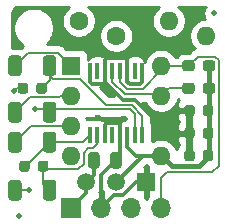
<source format=gtl>
G04 #@! TF.GenerationSoftware,KiCad,Pcbnew,(5.1.9-0-10_14)*
G04 #@! TF.CreationDate,2021-04-22T16:17:37+10:00*
G04 #@! TF.ProjectId,VR-Conditioner-MAX9926+reg,56522d43-6f6e-4646-9974-696f6e65722d,3.6*
G04 #@! TF.SameCoordinates,PX68c4118PY713e7a8*
G04 #@! TF.FileFunction,Copper,L1,Top*
G04 #@! TF.FilePolarity,Positive*
%FSLAX46Y46*%
G04 Gerber Fmt 4.6, Leading zero omitted, Abs format (unit mm)*
G04 Created by KiCad (PCBNEW (5.1.9-0-10_14)) date 2021-04-22 16:17:37*
%MOMM*%
%LPD*%
G01*
G04 APERTURE LIST*
G04 #@! TA.AperFunction,ComponentPad*
%ADD10O,1.700000X1.700000*%
G04 #@! TD*
G04 #@! TA.AperFunction,ComponentPad*
%ADD11R,1.700000X1.700000*%
G04 #@! TD*
G04 #@! TA.AperFunction,ComponentPad*
%ADD12R,1.500000X1.500000*%
G04 #@! TD*
G04 #@! TA.AperFunction,ComponentPad*
%ADD13C,1.500000*%
G04 #@! TD*
G04 #@! TA.AperFunction,ComponentPad*
%ADD14O,1.600000X1.600000*%
G04 #@! TD*
G04 #@! TA.AperFunction,ComponentPad*
%ADD15C,1.600000*%
G04 #@! TD*
G04 #@! TA.AperFunction,SMDPad,CuDef*
%ADD16R,0.354800X1.454899*%
G04 #@! TD*
G04 #@! TA.AperFunction,ComponentPad*
%ADD17R,1.600000X1.600000*%
G04 #@! TD*
G04 #@! TA.AperFunction,SMDPad,CuDef*
%ADD18C,0.500000*%
G04 #@! TD*
G04 #@! TA.AperFunction,ViaPad*
%ADD19C,0.600000*%
G04 #@! TD*
G04 #@! TA.AperFunction,ViaPad*
%ADD20C,0.510000*%
G04 #@! TD*
G04 #@! TA.AperFunction,Conductor*
%ADD21C,0.400000*%
G04 #@! TD*
G04 #@! TA.AperFunction,Conductor*
%ADD22C,0.300000*%
G04 #@! TD*
G04 #@! TA.AperFunction,Conductor*
%ADD23C,0.200000*%
G04 #@! TD*
G04 #@! TA.AperFunction,Conductor*
%ADD24C,0.160000*%
G04 #@! TD*
G04 #@! TA.AperFunction,Conductor*
%ADD25C,0.254000*%
G04 #@! TD*
G04 #@! TA.AperFunction,Conductor*
%ADD26C,0.100000*%
G04 #@! TD*
G04 APERTURE END LIST*
G04 #@! TO.P,C20,2*
G04 #@! TO.N,Net-(C20-Pad2)*
G04 #@! TA.AperFunction,SMDPad,CuDef*
G36*
G01*
X2825000Y6352250D02*
X2825000Y5839750D01*
G75*
G02*
X2606250Y5621000I-218750J0D01*
G01*
X2168750Y5621000D01*
G75*
G02*
X1950000Y5839750I0J218750D01*
G01*
X1950000Y6352250D01*
G75*
G02*
X2168750Y6571000I218750J0D01*
G01*
X2606250Y6571000D01*
G75*
G02*
X2825000Y6352250I0J-218750D01*
G01*
G37*
G04 #@! TD.AperFunction*
G04 #@! TO.P,C20,1*
G04 #@! TO.N,Net-(C20-Pad1)*
G04 #@! TA.AperFunction,SMDPad,CuDef*
G36*
G01*
X4400000Y6352250D02*
X4400000Y5839750D01*
G75*
G02*
X4181250Y5621000I-218750J0D01*
G01*
X3743750Y5621000D01*
G75*
G02*
X3525000Y5839750I0J218750D01*
G01*
X3525000Y6352250D01*
G75*
G02*
X3743750Y6571000I218750J0D01*
G01*
X4181250Y6571000D01*
G75*
G02*
X4400000Y6352250I0J-218750D01*
G01*
G37*
G04 #@! TD.AperFunction*
G04 #@! TD*
G04 #@! TO.P,C10,2*
G04 #@! TO.N,Net-(C10-Pad2)*
G04 #@! TA.AperFunction,SMDPad,CuDef*
G36*
G01*
X2698000Y12956250D02*
X2698000Y12443750D01*
G75*
G02*
X2479250Y12225000I-218750J0D01*
G01*
X2041750Y12225000D01*
G75*
G02*
X1823000Y12443750I0J218750D01*
G01*
X1823000Y12956250D01*
G75*
G02*
X2041750Y13175000I218750J0D01*
G01*
X2479250Y13175000D01*
G75*
G02*
X2698000Y12956250I0J-218750D01*
G01*
G37*
G04 #@! TD.AperFunction*
G04 #@! TO.P,C10,1*
G04 #@! TO.N,Net-(C10-Pad1)*
G04 #@! TA.AperFunction,SMDPad,CuDef*
G36*
G01*
X4273000Y12956250D02*
X4273000Y12443750D01*
G75*
G02*
X4054250Y12225000I-218750J0D01*
G01*
X3616750Y12225000D01*
G75*
G02*
X3398000Y12443750I0J218750D01*
G01*
X3398000Y12956250D01*
G75*
G02*
X3616750Y13175000I218750J0D01*
G01*
X4054250Y13175000D01*
G75*
G02*
X4273000Y12956250I0J-218750D01*
G01*
G37*
G04 #@! TD.AperFunction*
G04 #@! TD*
G04 #@! TO.P,C4,2*
G04 #@! TO.N,GND*
G04 #@! TA.AperFunction,SMDPad,CuDef*
G36*
G01*
X9642500Y6138750D02*
X9642500Y7051250D01*
G75*
G02*
X9886250Y7295000I243750J0D01*
G01*
X10373750Y7295000D01*
G75*
G02*
X10617500Y7051250I0J-243750D01*
G01*
X10617500Y6138750D01*
G75*
G02*
X10373750Y5895000I-243750J0D01*
G01*
X9886250Y5895000D01*
G75*
G02*
X9642500Y6138750I0J243750D01*
G01*
G37*
G04 #@! TD.AperFunction*
G04 #@! TO.P,C4,1*
G04 #@! TO.N,+12V*
G04 #@! TA.AperFunction,SMDPad,CuDef*
G36*
G01*
X7767500Y6138750D02*
X7767500Y7051250D01*
G75*
G02*
X8011250Y7295000I243750J0D01*
G01*
X8498750Y7295000D01*
G75*
G02*
X8742500Y7051250I0J-243750D01*
G01*
X8742500Y6138750D01*
G75*
G02*
X8498750Y5895000I-243750J0D01*
G01*
X8011250Y5895000D01*
G75*
G02*
X7767500Y6138750I0J243750D01*
G01*
G37*
G04 #@! TD.AperFunction*
G04 #@! TD*
G04 #@! TO.P,C3,2*
G04 #@! TO.N,GND*
G04 #@! TA.AperFunction,SMDPad,CuDef*
G36*
G01*
X16795000Y11051250D02*
X16795000Y10538750D01*
G75*
G02*
X16576250Y10320000I-218750J0D01*
G01*
X16138750Y10320000D01*
G75*
G02*
X15920000Y10538750I0J218750D01*
G01*
X15920000Y11051250D01*
G75*
G02*
X16138750Y11270000I218750J0D01*
G01*
X16576250Y11270000D01*
G75*
G02*
X16795000Y11051250I0J-218750D01*
G01*
G37*
G04 #@! TD.AperFunction*
G04 #@! TO.P,C3,1*
G04 #@! TO.N,VCC*
G04 #@! TA.AperFunction,SMDPad,CuDef*
G36*
G01*
X18370000Y11051250D02*
X18370000Y10538750D01*
G75*
G02*
X18151250Y10320000I-218750J0D01*
G01*
X17713750Y10320000D01*
G75*
G02*
X17495000Y10538750I0J218750D01*
G01*
X17495000Y11051250D01*
G75*
G02*
X17713750Y11270000I218750J0D01*
G01*
X18151250Y11270000D01*
G75*
G02*
X18370000Y11051250I0J-218750D01*
G01*
G37*
G04 #@! TD.AperFunction*
G04 #@! TD*
G04 #@! TO.P,C2,2*
G04 #@! TO.N,GND*
G04 #@! TA.AperFunction,SMDPad,CuDef*
G36*
G01*
X16795000Y9146250D02*
X16795000Y8633750D01*
G75*
G02*
X16576250Y8415000I-218750J0D01*
G01*
X16138750Y8415000D01*
G75*
G02*
X15920000Y8633750I0J218750D01*
G01*
X15920000Y9146250D01*
G75*
G02*
X16138750Y9365000I218750J0D01*
G01*
X16576250Y9365000D01*
G75*
G02*
X16795000Y9146250I0J-218750D01*
G01*
G37*
G04 #@! TD.AperFunction*
G04 #@! TO.P,C2,1*
G04 #@! TO.N,VCC*
G04 #@! TA.AperFunction,SMDPad,CuDef*
G36*
G01*
X18370000Y9146250D02*
X18370000Y8633750D01*
G75*
G02*
X18151250Y8415000I-218750J0D01*
G01*
X17713750Y8415000D01*
G75*
G02*
X17495000Y8633750I0J218750D01*
G01*
X17495000Y9146250D01*
G75*
G02*
X17713750Y9365000I218750J0D01*
G01*
X18151250Y9365000D01*
G75*
G02*
X18370000Y9146250I0J-218750D01*
G01*
G37*
G04 #@! TD.AperFunction*
G04 #@! TD*
G04 #@! TO.P,C1,2*
G04 #@! TO.N,GND*
G04 #@! TA.AperFunction,SMDPad,CuDef*
G36*
G01*
X16795000Y7241250D02*
X16795000Y6728750D01*
G75*
G02*
X16576250Y6510000I-218750J0D01*
G01*
X16138750Y6510000D01*
G75*
G02*
X15920000Y6728750I0J218750D01*
G01*
X15920000Y7241250D01*
G75*
G02*
X16138750Y7460000I218750J0D01*
G01*
X16576250Y7460000D01*
G75*
G02*
X16795000Y7241250I0J-218750D01*
G01*
G37*
G04 #@! TD.AperFunction*
G04 #@! TO.P,C1,1*
G04 #@! TO.N,VCC*
G04 #@! TA.AperFunction,SMDPad,CuDef*
G36*
G01*
X18370000Y7241250D02*
X18370000Y6728750D01*
G75*
G02*
X18151250Y6510000I-218750J0D01*
G01*
X17713750Y6510000D01*
G75*
G02*
X17495000Y6728750I0J218750D01*
G01*
X17495000Y7241250D01*
G75*
G02*
X17713750Y7460000I218750J0D01*
G01*
X18151250Y7460000D01*
G75*
G02*
X18370000Y7241250I0J-218750D01*
G01*
G37*
G04 #@! TD.AperFunction*
G04 #@! TD*
D10*
G04 #@! TO.P,J2,4*
G04 #@! TO.N,/COUT1*
X13970000Y2540000D03*
G04 #@! TO.P,J2,3*
G04 #@! TO.N,/COUT2*
X11430000Y2540000D03*
G04 #@! TO.P,J2,2*
G04 #@! TO.N,GND*
X8890000Y2540000D03*
D11*
G04 #@! TO.P,J2,1*
G04 #@! TO.N,+12V*
X6350000Y2540000D03*
G04 #@! TD*
D12*
G04 #@! TO.P,U2,1*
G04 #@! TO.N,GND*
X12700000Y4745000D03*
D13*
G04 #@! TO.P,U2,3*
G04 #@! TO.N,+12V*
X7620000Y4745000D03*
G04 #@! TO.P,U2,2*
G04 #@! TO.N,VCC*
X10160000Y4745000D03*
G04 #@! TD*
D14*
G04 #@! TO.P,R23,2*
G04 #@! TO.N,Net-(J1-Pad4)*
X17780000Y17145000D03*
D15*
G04 #@! TO.P,R23,1*
G04 #@! TO.N,Net-(J1-Pad3)*
X10160000Y17145000D03*
G04 #@! TD*
D14*
G04 #@! TO.P,R13,2*
G04 #@! TO.N,Net-(J1-Pad2)*
X14605000Y18415000D03*
D15*
G04 #@! TO.P,R13,1*
G04 #@! TO.N,Net-(J1-Pad1)*
X6985000Y18415000D03*
G04 #@! TD*
D16*
G04 #@! TO.P,U1,16*
G04 #@! TO.N,Net-(C10-Pad1)*
X12382500Y8708652D03*
G04 #@! TO.P,U1,15*
G04 #@! TO.N,Net-(C10-Pad2)*
X11747500Y8708652D03*
G04 #@! TO.P,U1,14*
G04 #@! TO.N,VCC*
X11112500Y8708652D03*
G04 #@! TO.P,U1,13*
G04 #@! TO.N,GND*
X10477500Y8708652D03*
G04 #@! TO.P,U1,12*
G04 #@! TO.N,Net-(U1-Pad12)*
X9842500Y8708652D03*
G04 #@! TO.P,U1,11*
G04 #@! TO.N,GND*
X9207500Y8708652D03*
G04 #@! TO.P,U1,10*
G04 #@! TO.N,Net-(C20-Pad1)*
X8572500Y8708652D03*
G04 #@! TO.P,U1,9*
G04 #@! TO.N,Net-(C20-Pad2)*
X7937500Y8708652D03*
G04 #@! TO.P,U1,8*
G04 #@! TO.N,GND*
X7937500Y14151348D03*
G04 #@! TO.P,U1,7*
G04 #@! TO.N,Net-(U1-Pad7)*
X8572500Y14151348D03*
G04 #@! TO.P,U1,6*
G04 #@! TO.N,GND*
X9207500Y14151348D03*
G04 #@! TO.P,U1,5*
G04 #@! TO.N,/COUT2*
X9842500Y14151348D03*
G04 #@! TO.P,U1,4*
G04 #@! TO.N,/COUT1*
X10477500Y14151348D03*
G04 #@! TO.P,U1,3*
G04 #@! TO.N,GND*
X11112500Y14151348D03*
G04 #@! TO.P,U1,2*
G04 #@! TO.N,Net-(U1-Pad2)*
X11747500Y14151348D03*
G04 #@! TO.P,U1,1*
G04 #@! TO.N,GND*
X12382500Y14151348D03*
G04 #@! TD*
G04 #@! TO.P,R20,2*
G04 #@! TO.N,/COUT2*
G04 #@! TA.AperFunction,SMDPad,CuDef*
G36*
G01*
X16795000Y12937500D02*
X16795000Y12462500D01*
G75*
G02*
X16557500Y12225000I-237500J0D01*
G01*
X15982500Y12225000D01*
G75*
G02*
X15745000Y12462500I0J237500D01*
G01*
X15745000Y12937500D01*
G75*
G02*
X15982500Y13175000I237500J0D01*
G01*
X16557500Y13175000D01*
G75*
G02*
X16795000Y12937500I0J-237500D01*
G01*
G37*
G04 #@! TD.AperFunction*
G04 #@! TO.P,R20,1*
G04 #@! TO.N,VCC*
G04 #@! TA.AperFunction,SMDPad,CuDef*
G36*
G01*
X18545000Y12937500D02*
X18545000Y12462500D01*
G75*
G02*
X18307500Y12225000I-237500J0D01*
G01*
X17732500Y12225000D01*
G75*
G02*
X17495000Y12462500I0J237500D01*
G01*
X17495000Y12937500D01*
G75*
G02*
X17732500Y13175000I237500J0D01*
G01*
X18307500Y13175000D01*
G75*
G02*
X18545000Y12937500I0J-237500D01*
G01*
G37*
G04 #@! TD.AperFunction*
G04 #@! TD*
G04 #@! TO.P,R10,2*
G04 #@! TO.N,/COUT1*
G04 #@! TA.AperFunction,SMDPad,CuDef*
G36*
G01*
X16795000Y14842500D02*
X16795000Y14367500D01*
G75*
G02*
X16557500Y14130000I-237500J0D01*
G01*
X15982500Y14130000D01*
G75*
G02*
X15745000Y14367500I0J237500D01*
G01*
X15745000Y14842500D01*
G75*
G02*
X15982500Y15080000I237500J0D01*
G01*
X16557500Y15080000D01*
G75*
G02*
X16795000Y14842500I0J-237500D01*
G01*
G37*
G04 #@! TD.AperFunction*
G04 #@! TO.P,R10,1*
G04 #@! TO.N,VCC*
G04 #@! TA.AperFunction,SMDPad,CuDef*
G36*
G01*
X18545000Y14842500D02*
X18545000Y14367500D01*
G75*
G02*
X18307500Y14130000I-237500J0D01*
G01*
X17732500Y14130000D01*
G75*
G02*
X17495000Y14367500I0J237500D01*
G01*
X17495000Y14842500D01*
G75*
G02*
X17732500Y15080000I237500J0D01*
G01*
X18307500Y15080000D01*
G75*
G02*
X18545000Y14842500I0J-237500D01*
G01*
G37*
G04 #@! TD.AperFunction*
G04 #@! TD*
D14*
G04 #@! TO.P,J1,8*
G04 #@! TO.N,/COUT1*
X13970000Y14605000D03*
G04 #@! TO.P,J1,4*
G04 #@! TO.N,Net-(J1-Pad4)*
X6350000Y6985000D03*
G04 #@! TO.P,J1,7*
G04 #@! TO.N,/COUT2*
X13970000Y12065000D03*
G04 #@! TO.P,J1,3*
G04 #@! TO.N,Net-(J1-Pad3)*
X6350000Y9525000D03*
G04 #@! TO.P,J1,6*
G04 #@! TO.N,GND*
X13970000Y9525000D03*
G04 #@! TO.P,J1,2*
G04 #@! TO.N,Net-(J1-Pad2)*
X6350000Y12065000D03*
G04 #@! TO.P,J1,5*
G04 #@! TO.N,VCC*
X13970000Y6985000D03*
D17*
G04 #@! TO.P,J1,1*
G04 #@! TO.N,Net-(J1-Pad1)*
X6350000Y14605000D03*
G04 #@! TD*
D18*
G04 #@! TO.P,FID2,*
G04 #@! TO.N,*
X18415000Y19050000D03*
G04 #@! TD*
G04 #@! TO.P,FID1,*
G04 #@! TO.N,*
X1905000Y1905000D03*
G04 #@! TD*
G04 #@! TO.P,R1,2*
G04 #@! TO.N,Net-(J1-Pad2)*
G04 #@! TA.AperFunction,SMDPad,CuDef*
G36*
G01*
X2148000Y11293001D02*
X2148000Y10042999D01*
G75*
G02*
X1898001Y9793000I-249999J0D01*
G01*
X1272999Y9793000D01*
G75*
G02*
X1023000Y10042999I0J249999D01*
G01*
X1023000Y11293001D01*
G75*
G02*
X1272999Y11543000I249999J0D01*
G01*
X1898001Y11543000D01*
G75*
G02*
X2148000Y11293001I0J-249999D01*
G01*
G37*
G04 #@! TD.AperFunction*
G04 #@! TO.P,R1,1*
G04 #@! TO.N,Net-(C10-Pad2)*
G04 #@! TA.AperFunction,SMDPad,CuDef*
G36*
G01*
X5073000Y11293001D02*
X5073000Y10042999D01*
G75*
G02*
X4823001Y9793000I-249999J0D01*
G01*
X4197999Y9793000D01*
G75*
G02*
X3948000Y10042999I0J249999D01*
G01*
X3948000Y11293001D01*
G75*
G02*
X4197999Y11543000I249999J0D01*
G01*
X4823001Y11543000D01*
G75*
G02*
X5073000Y11293001I0J-249999D01*
G01*
G37*
G04 #@! TD.AperFunction*
G04 #@! TD*
G04 #@! TO.P,R2,1*
G04 #@! TO.N,Net-(C20-Pad1)*
G04 #@! TA.AperFunction,SMDPad,CuDef*
G36*
G01*
X5073000Y4689001D02*
X5073000Y3438999D01*
G75*
G02*
X4823001Y3189000I-249999J0D01*
G01*
X4197999Y3189000D01*
G75*
G02*
X3948000Y3438999I0J249999D01*
G01*
X3948000Y4689001D01*
G75*
G02*
X4197999Y4939000I249999J0D01*
G01*
X4823001Y4939000D01*
G75*
G02*
X5073000Y4689001I0J-249999D01*
G01*
G37*
G04 #@! TD.AperFunction*
G04 #@! TO.P,R2,2*
G04 #@! TO.N,Net-(J1-Pad4)*
G04 #@! TA.AperFunction,SMDPad,CuDef*
G36*
G01*
X2148000Y4689001D02*
X2148000Y3438999D01*
G75*
G02*
X1898001Y3189000I-249999J0D01*
G01*
X1272999Y3189000D01*
G75*
G02*
X1023000Y3438999I0J249999D01*
G01*
X1023000Y4689001D01*
G75*
G02*
X1272999Y4939000I249999J0D01*
G01*
X1898001Y4939000D01*
G75*
G02*
X2148000Y4689001I0J-249999D01*
G01*
G37*
G04 #@! TD.AperFunction*
G04 #@! TD*
G04 #@! TO.P,R3,2*
G04 #@! TO.N,Net-(J1-Pad3)*
G04 #@! TA.AperFunction,SMDPad,CuDef*
G36*
G01*
X2148000Y8753001D02*
X2148000Y7502999D01*
G75*
G02*
X1898001Y7253000I-249999J0D01*
G01*
X1272999Y7253000D01*
G75*
G02*
X1023000Y7502999I0J249999D01*
G01*
X1023000Y8753001D01*
G75*
G02*
X1272999Y9003000I249999J0D01*
G01*
X1898001Y9003000D01*
G75*
G02*
X2148000Y8753001I0J-249999D01*
G01*
G37*
G04 #@! TD.AperFunction*
G04 #@! TO.P,R3,1*
G04 #@! TO.N,Net-(C20-Pad2)*
G04 #@! TA.AperFunction,SMDPad,CuDef*
G36*
G01*
X5073000Y8753001D02*
X5073000Y7502999D01*
G75*
G02*
X4823001Y7253000I-249999J0D01*
G01*
X4197999Y7253000D01*
G75*
G02*
X3948000Y7502999I0J249999D01*
G01*
X3948000Y8753001D01*
G75*
G02*
X4197999Y9003000I249999J0D01*
G01*
X4823001Y9003000D01*
G75*
G02*
X5073000Y8753001I0J-249999D01*
G01*
G37*
G04 #@! TD.AperFunction*
G04 #@! TD*
G04 #@! TO.P,R12,1*
G04 #@! TO.N,Net-(C10-Pad1)*
G04 #@! TA.AperFunction,SMDPad,CuDef*
G36*
G01*
X5073000Y15230001D02*
X5073000Y13979999D01*
G75*
G02*
X4823001Y13730000I-249999J0D01*
G01*
X4197999Y13730000D01*
G75*
G02*
X3948000Y13979999I0J249999D01*
G01*
X3948000Y15230001D01*
G75*
G02*
X4197999Y15480000I249999J0D01*
G01*
X4823001Y15480000D01*
G75*
G02*
X5073000Y15230001I0J-249999D01*
G01*
G37*
G04 #@! TD.AperFunction*
G04 #@! TO.P,R12,2*
G04 #@! TO.N,Net-(J1-Pad1)*
G04 #@! TA.AperFunction,SMDPad,CuDef*
G36*
G01*
X2148000Y15230001D02*
X2148000Y13979999D01*
G75*
G02*
X1898001Y13730000I-249999J0D01*
G01*
X1272999Y13730000D01*
G75*
G02*
X1023000Y13979999I0J249999D01*
G01*
X1023000Y15230001D01*
G75*
G02*
X1272999Y15480000I249999J0D01*
G01*
X1898001Y15480000D01*
G75*
G02*
X2148000Y15230001I0J-249999D01*
G01*
G37*
G04 #@! TD.AperFunction*
G04 #@! TD*
D19*
G04 #@! TO.N,GND*
X10795000Y10067990D03*
X14224000Y16510000D03*
X8636000Y10160000D03*
X4826000Y16764000D03*
X9906000Y12192000D03*
D20*
G04 #@! TO.N,Net-(C10-Pad2)*
X1524000Y12446000D03*
X3302000Y10922000D03*
G04 #@! TO.N,Net-(J1-Pad4)*
X2794000Y4064000D03*
G04 #@! TD*
D21*
G04 #@! TO.N,GND*
X16270000Y8890000D02*
X16270000Y10795000D01*
X16270000Y8890000D02*
X16270000Y6985000D01*
D22*
X9207500Y13251496D02*
X9207500Y14151348D01*
X9029901Y13073897D02*
X9207500Y13251496D01*
X7937500Y13251496D02*
X8115099Y13073897D01*
X7937500Y14151348D02*
X7937500Y13251496D01*
X12204901Y13073897D02*
X12382500Y13251496D01*
X11290099Y13073897D02*
X12204901Y13073897D01*
X12382500Y13251496D02*
X12382500Y14151348D01*
X11112500Y13251496D02*
X11290099Y13073897D01*
X11112500Y14151348D02*
X11112500Y13251496D01*
X8628897Y13073897D02*
X9029901Y13073897D01*
X8115099Y13073897D02*
X8628897Y13073897D01*
X9207500Y15051199D02*
X9385099Y15228798D01*
X10934901Y15228798D02*
X11112500Y15051199D01*
X9207500Y14151348D02*
X9207500Y15051199D01*
X11112500Y15051199D02*
X11112500Y14151348D01*
X9385099Y15228798D02*
X10934901Y15228798D01*
X10477500Y6427500D02*
X10400000Y6350000D01*
X9385099Y9786102D02*
X10427499Y9786102D01*
X10477500Y9736101D02*
X10477500Y8708652D01*
X10427499Y9786102D02*
X10477500Y9736101D01*
X9207500Y9608503D02*
X9385099Y9786102D01*
X9207500Y8708652D02*
X9207500Y9608503D01*
X14605000Y8890000D02*
X13970000Y9525000D01*
X16270000Y8890000D02*
X14605000Y8890000D01*
X8890000Y5355000D02*
X10130000Y6595000D01*
X8890000Y2540000D02*
X8890000Y5355000D01*
X10477500Y6942500D02*
X10130000Y6595000D01*
X10477500Y8708652D02*
X10477500Y6942500D01*
X11858998Y4745000D02*
X12700000Y4745000D01*
X10758997Y3644999D02*
X11858998Y4745000D01*
X9994999Y3644999D02*
X10758997Y3644999D01*
X8890000Y2540000D02*
X9994999Y3644999D01*
X10477500Y8708652D02*
X10477500Y9750490D01*
X10477500Y9750490D02*
X10795000Y10067990D01*
X9207500Y13222489D02*
X10697967Y11732022D01*
X10697967Y11732022D02*
X11762978Y11732022D01*
X11762978Y11732022D02*
X13970000Y9525000D01*
X9207500Y13251496D02*
X9207500Y13222489D01*
D23*
G04 #@! TO.N,VCC*
X18020000Y10795000D02*
X18020000Y10640000D01*
D21*
X18020000Y14605000D02*
X18020000Y12700000D01*
X18020000Y12700000D02*
X18020000Y10795000D01*
X18020000Y10795000D02*
X18020000Y8890000D01*
X18020000Y8890000D02*
X18020000Y6985000D01*
D23*
X13970000Y6985000D02*
X14370010Y6584990D01*
D21*
X18020000Y6985000D02*
X17144990Y6109990D01*
D22*
X11808703Y6985000D02*
X13970000Y6985000D01*
X11112500Y7681203D02*
X11808703Y6985000D01*
X11112500Y8708652D02*
X11112500Y7681203D01*
X13463998Y6985000D02*
X13970000Y6985000D01*
X12400000Y6985000D02*
X13970000Y6985000D01*
X10160000Y4745000D02*
X12400000Y6985000D01*
D21*
X14845010Y6109990D02*
X13970000Y6985000D01*
X17144990Y6109990D02*
X14845010Y6109990D01*
D23*
G04 #@! TO.N,Net-(C10-Pad2)*
X4050000Y10795000D02*
X4050000Y11035000D01*
D24*
X1778000Y12700000D02*
X1524000Y12446000D01*
X2260500Y12700000D02*
X1778000Y12700000D01*
X4256500Y10922000D02*
X4510500Y10668000D01*
X3302000Y10922000D02*
X4256500Y10922000D01*
D23*
X4764500Y10922000D02*
X4510500Y10668000D01*
X11303000Y10922000D02*
X4764500Y10922000D01*
X11747500Y10477500D02*
X11303000Y10922000D01*
X11747500Y8708652D02*
X11747500Y10477500D01*
D24*
G04 #@! TO.N,Net-(C10-Pad1)*
X4510500Y13375000D02*
X3835500Y12700000D01*
X4510500Y14605000D02*
X4510500Y13375000D01*
D23*
X4510500Y13730000D02*
X4510500Y14605000D01*
X12382500Y10351632D02*
X11452121Y11282011D01*
X7090586Y13462000D02*
X4778500Y13462000D01*
X4778500Y13462000D02*
X4510500Y13730000D01*
X9270575Y11282011D02*
X7090586Y13462000D01*
X12382500Y8708652D02*
X12382500Y10351632D01*
X11452121Y11282011D02*
X9270575Y11282011D01*
G04 #@! TO.N,Net-(C20-Pad2)*
X7937500Y8708652D02*
X7356848Y8128000D01*
D24*
X2478500Y6096000D02*
X2387500Y6096000D01*
X4510500Y8128000D02*
X2478500Y6096000D01*
D23*
X7356848Y8128000D02*
X4510500Y8128000D01*
G04 #@! TO.N,Net-(C20-Pad1)*
X8572500Y7970800D02*
X8572500Y8708652D01*
X7786016Y7595010D02*
X8196710Y7595010D01*
X4216500Y5842000D02*
X6858000Y5842000D01*
X7410001Y7218995D02*
X7786016Y7595010D01*
X8196710Y7595010D02*
X8572500Y7970800D01*
X7410001Y6308100D02*
X7410001Y7218995D01*
X6858801Y5842801D02*
X6944702Y5842801D01*
X6858000Y5842000D02*
X6858801Y5842801D01*
X6944702Y5842801D02*
X7410001Y6308100D01*
X3962500Y6096000D02*
X4216500Y5842000D01*
D24*
X3962500Y4612000D02*
X4510500Y4064000D01*
X3962500Y6096000D02*
X3962500Y4612000D01*
G04 #@! TO.N,Net-(J1-Pad4)*
X2794000Y4064000D02*
X1585500Y4064000D01*
G04 #@! TO.N,Net-(J1-Pad3)*
X2982500Y9525000D02*
X1585500Y8128000D01*
X6350000Y9525000D02*
X2982500Y9525000D01*
D23*
G04 #@! TO.N,Net-(J1-Pad2)*
X5461000Y12065000D02*
X6350000Y12065000D01*
X5334000Y11938000D02*
X5461000Y12065000D01*
X2855500Y11938000D02*
X5334000Y11938000D01*
X1585500Y10668000D02*
X2855500Y11938000D01*
D24*
G04 #@! TO.N,Net-(J1-Pad1)*
X5234990Y15720010D02*
X2700510Y15720010D01*
X2700510Y15720010D02*
X1585500Y14605000D01*
X6350000Y14605000D02*
X5234990Y15720010D01*
G04 #@! TO.N,/COUT1*
X13970000Y14329996D02*
X13970000Y14605000D01*
D23*
X11077512Y12623887D02*
X12391302Y12623888D01*
X12391302Y12623888D02*
X13970000Y14202586D01*
X10477500Y13223899D02*
X11077512Y12623887D01*
X13970000Y14202586D02*
X13970000Y14605000D01*
X10477500Y14151348D02*
X10477500Y13223899D01*
X16270000Y14605000D02*
X13970000Y14605000D01*
X13970000Y5080000D02*
X13970000Y2540000D01*
X18288000Y5588000D02*
X14478000Y5588000D01*
X14478000Y5588000D02*
X13970000Y5080000D01*
X18845010Y15065146D02*
X18845010Y6145010D01*
X18845010Y6145010D02*
X18288000Y5588000D01*
X17045010Y15380010D02*
X18530146Y15380010D01*
X18530146Y15380010D02*
X18845010Y15065146D01*
X16270000Y14605000D02*
X17045010Y15380010D01*
G04 #@! TO.N,/COUT2*
X14605000Y12700000D02*
X13970000Y12065000D01*
X16270000Y12700000D02*
X14605000Y12700000D01*
X9842500Y13223899D02*
X10884366Y12182033D01*
X13852967Y12182033D02*
X13970000Y12065000D01*
X9842500Y14151348D02*
X9842500Y13223899D01*
X10884366Y12182033D02*
X13852967Y12182033D01*
D22*
G04 #@! TO.N,+12V*
X7620000Y3810000D02*
X6350000Y2540000D01*
X7620000Y4745000D02*
X7620000Y3810000D01*
X8255000Y5380000D02*
X7620000Y4745000D01*
X8255000Y6595000D02*
X8255000Y5380000D01*
G04 #@! TD*
D25*
G04 #@! TO.N,GND*
X8932629Y4088957D02*
X9067650Y3886885D01*
X9017000Y3860155D01*
X9017000Y2667000D01*
X9037000Y2667000D01*
X9037000Y2413000D01*
X9017000Y2413000D01*
X9017000Y2393000D01*
X8763000Y2393000D01*
X8763000Y2413000D01*
X8743000Y2413000D01*
X8743000Y2667000D01*
X8763000Y2667000D01*
X8763000Y3860155D01*
X8712350Y3886885D01*
X8847371Y4088957D01*
X8890000Y4191873D01*
X8932629Y4088957D01*
G04 #@! TA.AperFunction,Conductor*
D26*
G36*
X8932629Y4088957D02*
G01*
X9067650Y3886885D01*
X9017000Y3860155D01*
X9017000Y2667000D01*
X9037000Y2667000D01*
X9037000Y2413000D01*
X9017000Y2413000D01*
X9017000Y2393000D01*
X8763000Y2393000D01*
X8763000Y2413000D01*
X8743000Y2413000D01*
X8743000Y2667000D01*
X8763000Y2667000D01*
X8763000Y3860155D01*
X8712350Y3886885D01*
X8847371Y4088957D01*
X8890000Y4191873D01*
X8932629Y4088957D01*
G37*
G04 #@! TD.AperFunction*
D25*
X12855363Y6070241D02*
X12890677Y6034927D01*
X12827000Y5971250D01*
X12827000Y4872000D01*
X12847000Y4872000D01*
X12847000Y4618000D01*
X12827000Y4618000D01*
X12827000Y3518750D01*
X12837822Y3507928D01*
X12816525Y3486632D01*
X12700000Y3312240D01*
X12583475Y3486632D01*
X12562179Y3507928D01*
X12573000Y3518750D01*
X12573000Y4618000D01*
X12553000Y4618000D01*
X12553000Y4872000D01*
X12573000Y4872000D01*
X12573000Y5971250D01*
X12534704Y6009546D01*
X12725158Y6200000D01*
X12768661Y6200000D01*
X12855363Y6070241D01*
G04 #@! TA.AperFunction,Conductor*
D26*
G36*
X12855363Y6070241D02*
G01*
X12890677Y6034927D01*
X12827000Y5971250D01*
X12827000Y4872000D01*
X12847000Y4872000D01*
X12847000Y4618000D01*
X12827000Y4618000D01*
X12827000Y3518750D01*
X12837822Y3507928D01*
X12816525Y3486632D01*
X12700000Y3312240D01*
X12583475Y3486632D01*
X12562179Y3507928D01*
X12573000Y3518750D01*
X12573000Y4618000D01*
X12553000Y4618000D01*
X12553000Y4872000D01*
X12573000Y4872000D01*
X12573000Y5971250D01*
X12534704Y6009546D01*
X12725158Y6200000D01*
X12768661Y6200000D01*
X12855363Y6070241D01*
G37*
G04 #@! TD.AperFunction*
D25*
X10257000Y6722000D02*
X10277000Y6722000D01*
X10277000Y6468000D01*
X10257000Y6468000D01*
X10257000Y6448000D01*
X10003000Y6448000D01*
X10003000Y6468000D01*
X9983000Y6468000D01*
X9983000Y6722000D01*
X10003000Y6722000D01*
X10003000Y6742000D01*
X10257000Y6742000D01*
X10257000Y6722000D01*
G04 #@! TA.AperFunction,Conductor*
D26*
G36*
X10257000Y6722000D02*
G01*
X10277000Y6722000D01*
X10277000Y6468000D01*
X10257000Y6468000D01*
X10257000Y6448000D01*
X10003000Y6448000D01*
X10003000Y6468000D01*
X9983000Y6468000D01*
X9983000Y6722000D01*
X10003000Y6722000D01*
X10003000Y6742000D01*
X10257000Y6742000D01*
X10257000Y6722000D01*
G37*
G04 #@! TD.AperFunction*
D25*
X15490541Y11739015D02*
X15468815Y11721185D01*
X15389463Y11624494D01*
X15330498Y11514180D01*
X15294188Y11394482D01*
X15281928Y11270000D01*
X15285000Y11080750D01*
X15443750Y10922000D01*
X16230500Y10922000D01*
X16230500Y10942000D01*
X16484500Y10942000D01*
X16484500Y10922000D01*
X16504500Y10922000D01*
X16504500Y10668000D01*
X16484500Y10668000D01*
X16484500Y9843750D01*
X16485750Y9842500D01*
X16484500Y9841250D01*
X16484500Y9017000D01*
X16504500Y9017000D01*
X16504500Y8763000D01*
X16484500Y8763000D01*
X16484500Y7938750D01*
X16485750Y7937500D01*
X16484500Y7936250D01*
X16484500Y7112000D01*
X16504500Y7112000D01*
X16504500Y6944990D01*
X16210500Y6944990D01*
X16210500Y7112000D01*
X16230500Y7112000D01*
X16230500Y7936250D01*
X16229250Y7937500D01*
X16230500Y7938750D01*
X16230500Y8763000D01*
X15443750Y8763000D01*
X15285000Y8604250D01*
X15281928Y8415000D01*
X15294188Y8290518D01*
X15330498Y8170820D01*
X15389463Y8060506D01*
X15468815Y7963815D01*
X15500880Y7937500D01*
X15468815Y7911185D01*
X15389463Y7814494D01*
X15330498Y7704180D01*
X15294188Y7584482D01*
X15290486Y7546898D01*
X15241680Y7664727D01*
X15084637Y7899759D01*
X14884759Y8099637D01*
X14649727Y8256680D01*
X14388574Y8364853D01*
X14111335Y8420000D01*
X13828665Y8420000D01*
X13551426Y8364853D01*
X13290273Y8256680D01*
X13197972Y8195007D01*
X13197972Y9436101D01*
X13185712Y9560583D01*
X13149402Y9680281D01*
X13117500Y9739964D01*
X13117500Y10315527D01*
X13117940Y10320000D01*
X15281928Y10320000D01*
X15294188Y10195518D01*
X15330498Y10075820D01*
X15389463Y9965506D01*
X15468815Y9868815D01*
X15500880Y9842500D01*
X15468815Y9816185D01*
X15389463Y9719494D01*
X15330498Y9609180D01*
X15294188Y9489482D01*
X15281928Y9365000D01*
X15285000Y9175750D01*
X15443750Y9017000D01*
X16230500Y9017000D01*
X16230500Y9841250D01*
X16229250Y9842500D01*
X16230500Y9843750D01*
X16230500Y10668000D01*
X15443750Y10668000D01*
X15285000Y10509250D01*
X15281928Y10320000D01*
X13117940Y10320000D01*
X13121056Y10351632D01*
X13106865Y10495717D01*
X13064837Y10634266D01*
X12996587Y10761952D01*
X12935802Y10836018D01*
X12904738Y10873870D01*
X12876693Y10896886D01*
X12326545Y11447033D01*
X12672738Y11447033D01*
X12698320Y11385273D01*
X12855363Y11150241D01*
X13055241Y10950363D01*
X13290273Y10793320D01*
X13551426Y10685147D01*
X13828665Y10630000D01*
X14111335Y10630000D01*
X14388574Y10685147D01*
X14649727Y10793320D01*
X14884759Y10950363D01*
X15084637Y11150241D01*
X15241680Y11385273D01*
X15349853Y11646426D01*
X15385430Y11825279D01*
X15490541Y11739015D01*
G04 #@! TA.AperFunction,Conductor*
D26*
G36*
X15490541Y11739015D02*
G01*
X15468815Y11721185D01*
X15389463Y11624494D01*
X15330498Y11514180D01*
X15294188Y11394482D01*
X15281928Y11270000D01*
X15285000Y11080750D01*
X15443750Y10922000D01*
X16230500Y10922000D01*
X16230500Y10942000D01*
X16484500Y10942000D01*
X16484500Y10922000D01*
X16504500Y10922000D01*
X16504500Y10668000D01*
X16484500Y10668000D01*
X16484500Y9843750D01*
X16485750Y9842500D01*
X16484500Y9841250D01*
X16484500Y9017000D01*
X16504500Y9017000D01*
X16504500Y8763000D01*
X16484500Y8763000D01*
X16484500Y7938750D01*
X16485750Y7937500D01*
X16484500Y7936250D01*
X16484500Y7112000D01*
X16504500Y7112000D01*
X16504500Y6944990D01*
X16210500Y6944990D01*
X16210500Y7112000D01*
X16230500Y7112000D01*
X16230500Y7936250D01*
X16229250Y7937500D01*
X16230500Y7938750D01*
X16230500Y8763000D01*
X15443750Y8763000D01*
X15285000Y8604250D01*
X15281928Y8415000D01*
X15294188Y8290518D01*
X15330498Y8170820D01*
X15389463Y8060506D01*
X15468815Y7963815D01*
X15500880Y7937500D01*
X15468815Y7911185D01*
X15389463Y7814494D01*
X15330498Y7704180D01*
X15294188Y7584482D01*
X15290486Y7546898D01*
X15241680Y7664727D01*
X15084637Y7899759D01*
X14884759Y8099637D01*
X14649727Y8256680D01*
X14388574Y8364853D01*
X14111335Y8420000D01*
X13828665Y8420000D01*
X13551426Y8364853D01*
X13290273Y8256680D01*
X13197972Y8195007D01*
X13197972Y9436101D01*
X13185712Y9560583D01*
X13149402Y9680281D01*
X13117500Y9739964D01*
X13117500Y10315527D01*
X13117940Y10320000D01*
X15281928Y10320000D01*
X15294188Y10195518D01*
X15330498Y10075820D01*
X15389463Y9965506D01*
X15468815Y9868815D01*
X15500880Y9842500D01*
X15468815Y9816185D01*
X15389463Y9719494D01*
X15330498Y9609180D01*
X15294188Y9489482D01*
X15281928Y9365000D01*
X15285000Y9175750D01*
X15443750Y9017000D01*
X16230500Y9017000D01*
X16230500Y9841250D01*
X16229250Y9842500D01*
X16230500Y9843750D01*
X16230500Y10668000D01*
X15443750Y10668000D01*
X15285000Y10509250D01*
X15281928Y10320000D01*
X13117940Y10320000D01*
X13121056Y10351632D01*
X13106865Y10495717D01*
X13064837Y10634266D01*
X12996587Y10761952D01*
X12935802Y10836018D01*
X12904738Y10873870D01*
X12876693Y10896886D01*
X12326545Y11447033D01*
X12672738Y11447033D01*
X12698320Y11385273D01*
X12855363Y11150241D01*
X13055241Y10950363D01*
X13290273Y10793320D01*
X13551426Y10685147D01*
X13828665Y10630000D01*
X14111335Y10630000D01*
X14388574Y10685147D01*
X14649727Y10793320D01*
X14884759Y10950363D01*
X15084637Y11150241D01*
X15241680Y11385273D01*
X15349853Y11646426D01*
X15385430Y11825279D01*
X15490541Y11739015D01*
G37*
G04 #@! TD.AperFunction*
D25*
X11012501Y10173053D02*
X11012501Y10074173D01*
X10935100Y10074173D01*
X10810618Y10061913D01*
X10690920Y10025603D01*
X10580606Y9966638D01*
X10483915Y9887286D01*
X10477500Y9879469D01*
X10471085Y9887286D01*
X10374394Y9966638D01*
X10264080Y10025603D01*
X10144382Y10061913D01*
X10019900Y10074173D01*
X9665100Y10074173D01*
X9540618Y10061913D01*
X9420920Y10025603D01*
X9310606Y9966638D01*
X9213915Y9887286D01*
X9207500Y9879469D01*
X9201085Y9887286D01*
X9104394Y9966638D01*
X8994080Y10025603D01*
X8874382Y10061913D01*
X8749900Y10074173D01*
X8395100Y10074173D01*
X8270618Y10061913D01*
X8255000Y10057175D01*
X8239382Y10061913D01*
X8114900Y10074173D01*
X7760100Y10074173D01*
X7679063Y10066192D01*
X7629023Y10187000D01*
X10998554Y10187000D01*
X11012501Y10173053D01*
G04 #@! TA.AperFunction,Conductor*
D26*
G36*
X11012501Y10173053D02*
G01*
X11012501Y10074173D01*
X10935100Y10074173D01*
X10810618Y10061913D01*
X10690920Y10025603D01*
X10580606Y9966638D01*
X10483915Y9887286D01*
X10477500Y9879469D01*
X10471085Y9887286D01*
X10374394Y9966638D01*
X10264080Y10025603D01*
X10144382Y10061913D01*
X10019900Y10074173D01*
X9665100Y10074173D01*
X9540618Y10061913D01*
X9420920Y10025603D01*
X9310606Y9966638D01*
X9213915Y9887286D01*
X9207500Y9879469D01*
X9201085Y9887286D01*
X9104394Y9966638D01*
X8994080Y10025603D01*
X8874382Y10061913D01*
X8749900Y10074173D01*
X8395100Y10074173D01*
X8270618Y10061913D01*
X8255000Y10057175D01*
X8239382Y10061913D01*
X8114900Y10074173D01*
X7760100Y10074173D01*
X7679063Y10066192D01*
X7629023Y10187000D01*
X10998554Y10187000D01*
X11012501Y10173053D01*
G37*
G04 #@! TD.AperFunction*
D25*
X9228414Y12813579D02*
X9320263Y12701661D01*
X9348308Y12678645D01*
X10009941Y12017011D01*
X9575022Y12017011D01*
X8801157Y12790875D01*
X8874382Y12798087D01*
X8994080Y12834397D01*
X9104394Y12893362D01*
X9160957Y12939782D01*
X9228414Y12813579D01*
G04 #@! TA.AperFunction,Conductor*
D26*
G36*
X9228414Y12813579D02*
G01*
X9320263Y12701661D01*
X9348308Y12678645D01*
X10009941Y12017011D01*
X9575022Y12017011D01*
X8801157Y12790875D01*
X8874382Y12798087D01*
X8994080Y12834397D01*
X9104394Y12893362D01*
X9160957Y12939782D01*
X9228414Y12813579D01*
G37*
G04 #@! TD.AperFunction*
D25*
X6070241Y19529637D02*
X5870363Y19329759D01*
X5713320Y19094727D01*
X5605147Y18833574D01*
X5550000Y18556335D01*
X5550000Y18273665D01*
X5605147Y17996426D01*
X5713320Y17735273D01*
X5870363Y17500241D01*
X6070241Y17300363D01*
X6305273Y17143320D01*
X6566426Y17035147D01*
X6843665Y16980000D01*
X7126335Y16980000D01*
X7403574Y17035147D01*
X7664727Y17143320D01*
X7878764Y17286335D01*
X8725000Y17286335D01*
X8725000Y17003665D01*
X8780147Y16726426D01*
X8888320Y16465273D01*
X9045363Y16230241D01*
X9245241Y16030363D01*
X9480273Y15873320D01*
X9741426Y15765147D01*
X10018665Y15710000D01*
X10301335Y15710000D01*
X10578574Y15765147D01*
X10839727Y15873320D01*
X11074759Y16030363D01*
X11274637Y16230241D01*
X11431680Y16465273D01*
X11539853Y16726426D01*
X11595000Y17003665D01*
X11595000Y17286335D01*
X11539853Y17563574D01*
X11431680Y17824727D01*
X11274637Y18059759D01*
X11074759Y18259637D01*
X10839727Y18416680D01*
X10578574Y18524853D01*
X10301335Y18580000D01*
X10018665Y18580000D01*
X9741426Y18524853D01*
X9480273Y18416680D01*
X9245241Y18259637D01*
X9045363Y18059759D01*
X8888320Y17824727D01*
X8780147Y17563574D01*
X8725000Y17286335D01*
X7878764Y17286335D01*
X7899759Y17300363D01*
X8099637Y17500241D01*
X8256680Y17735273D01*
X8364853Y17996426D01*
X8420000Y18273665D01*
X8420000Y18556335D01*
X8364853Y18833574D01*
X8256680Y19094727D01*
X8099637Y19329759D01*
X7899759Y19529637D01*
X7779487Y19610000D01*
X13810513Y19610000D01*
X13690241Y19529637D01*
X13490363Y19329759D01*
X13333320Y19094727D01*
X13225147Y18833574D01*
X13170000Y18556335D01*
X13170000Y18273665D01*
X13225147Y17996426D01*
X13333320Y17735273D01*
X13490363Y17500241D01*
X13690241Y17300363D01*
X13925273Y17143320D01*
X14186426Y17035147D01*
X14463665Y16980000D01*
X14746335Y16980000D01*
X15023574Y17035147D01*
X15284727Y17143320D01*
X15519759Y17300363D01*
X15719637Y17500241D01*
X15876680Y17735273D01*
X15984853Y17996426D01*
X16040000Y18273665D01*
X16040000Y18556335D01*
X15984853Y18833574D01*
X15876680Y19094727D01*
X15719637Y19329759D01*
X15519759Y19529637D01*
X15399487Y19610000D01*
X17724800Y19610000D01*
X17630723Y19469205D01*
X17564010Y19308145D01*
X17530000Y19137165D01*
X17530000Y18962835D01*
X17564010Y18791855D01*
X17630723Y18630795D01*
X17664663Y18580000D01*
X17638665Y18580000D01*
X17361426Y18524853D01*
X17100273Y18416680D01*
X16865241Y18259637D01*
X16665363Y18059759D01*
X16508320Y17824727D01*
X16400147Y17563574D01*
X16345000Y17286335D01*
X16345000Y17003665D01*
X16400147Y16726426D01*
X16508320Y16465273D01*
X16665363Y16230241D01*
X16816760Y16078844D01*
X16762376Y16062347D01*
X16703379Y16030812D01*
X16634690Y15994097D01*
X16522772Y15902248D01*
X16499756Y15874203D01*
X16343625Y15718072D01*
X15982500Y15718072D01*
X15811684Y15701248D01*
X15647433Y15651423D01*
X15496058Y15570512D01*
X15363377Y15461623D01*
X15263563Y15340000D01*
X15204748Y15340000D01*
X15084637Y15519759D01*
X14884759Y15719637D01*
X14649727Y15876680D01*
X14388574Y15984853D01*
X14111335Y16040000D01*
X13828665Y16040000D01*
X13551426Y15984853D01*
X13290273Y15876680D01*
X13055241Y15719637D01*
X12855363Y15519759D01*
X12698320Y15284727D01*
X12590147Y15023574D01*
X12562434Y14884255D01*
X12550712Y15003279D01*
X12514402Y15122977D01*
X12455437Y15233291D01*
X12376085Y15329982D01*
X12279394Y15409334D01*
X12169080Y15468299D01*
X12049382Y15504609D01*
X11924900Y15516869D01*
X11570100Y15516869D01*
X11445618Y15504609D01*
X11325920Y15468299D01*
X11215606Y15409334D01*
X11118915Y15329982D01*
X11112500Y15322165D01*
X11106085Y15329982D01*
X11009394Y15409334D01*
X10899080Y15468299D01*
X10779382Y15504609D01*
X10654900Y15516869D01*
X10300100Y15516869D01*
X10175618Y15504609D01*
X10160000Y15499871D01*
X10144382Y15504609D01*
X10019900Y15516869D01*
X9665100Y15516869D01*
X9540618Y15504609D01*
X9420920Y15468299D01*
X9310606Y15409334D01*
X9213915Y15329982D01*
X9207500Y15322165D01*
X9201085Y15329982D01*
X9104394Y15409334D01*
X8994080Y15468299D01*
X8874382Y15504609D01*
X8749900Y15516869D01*
X8395100Y15516869D01*
X8270618Y15504609D01*
X8150920Y15468299D01*
X8040606Y15409334D01*
X7943915Y15329982D01*
X7864563Y15233291D01*
X7805598Y15122977D01*
X7788072Y15065202D01*
X7788072Y15405000D01*
X7775812Y15529482D01*
X7739502Y15649180D01*
X7680537Y15759494D01*
X7601185Y15856185D01*
X7504494Y15935537D01*
X7394180Y15994502D01*
X7274482Y16030812D01*
X7150000Y16043072D01*
X5923089Y16043072D01*
X5765410Y16200751D01*
X5743017Y16228037D01*
X5634144Y16317387D01*
X5509932Y16383780D01*
X5375154Y16424664D01*
X5270110Y16435010D01*
X5270100Y16435010D01*
X5234990Y16438468D01*
X5199880Y16435010D01*
X4283671Y16435010D01*
X4522663Y16674002D01*
X4712537Y16958169D01*
X4843325Y17273919D01*
X4910000Y17609117D01*
X4910000Y17950883D01*
X4843325Y18286081D01*
X4712537Y18601831D01*
X4522663Y18885998D01*
X4280998Y19127663D01*
X3996831Y19317537D01*
X3681081Y19448325D01*
X3345883Y19515000D01*
X3004117Y19515000D01*
X2668919Y19448325D01*
X2353169Y19317537D01*
X2069002Y19127663D01*
X1827337Y18885998D01*
X1637463Y18601831D01*
X1506675Y18286081D01*
X1440000Y17950883D01*
X1440000Y17609117D01*
X1506675Y17273919D01*
X1637463Y16958169D01*
X1827337Y16674002D01*
X2069002Y16432337D01*
X2274286Y16295171D01*
X2192483Y16228037D01*
X2170094Y16200756D01*
X2070428Y16101089D01*
X1898001Y16118072D01*
X1345000Y16118072D01*
X1345000Y19015280D01*
X1359005Y19158109D01*
X1390402Y19262101D01*
X1441399Y19358014D01*
X1510055Y19442194D01*
X1593758Y19511440D01*
X1689311Y19563105D01*
X1793078Y19595227D01*
X1933641Y19610000D01*
X6190513Y19610000D01*
X6070241Y19529637D01*
G04 #@! TA.AperFunction,Conductor*
D26*
G36*
X6070241Y19529637D02*
G01*
X5870363Y19329759D01*
X5713320Y19094727D01*
X5605147Y18833574D01*
X5550000Y18556335D01*
X5550000Y18273665D01*
X5605147Y17996426D01*
X5713320Y17735273D01*
X5870363Y17500241D01*
X6070241Y17300363D01*
X6305273Y17143320D01*
X6566426Y17035147D01*
X6843665Y16980000D01*
X7126335Y16980000D01*
X7403574Y17035147D01*
X7664727Y17143320D01*
X7878764Y17286335D01*
X8725000Y17286335D01*
X8725000Y17003665D01*
X8780147Y16726426D01*
X8888320Y16465273D01*
X9045363Y16230241D01*
X9245241Y16030363D01*
X9480273Y15873320D01*
X9741426Y15765147D01*
X10018665Y15710000D01*
X10301335Y15710000D01*
X10578574Y15765147D01*
X10839727Y15873320D01*
X11074759Y16030363D01*
X11274637Y16230241D01*
X11431680Y16465273D01*
X11539853Y16726426D01*
X11595000Y17003665D01*
X11595000Y17286335D01*
X11539853Y17563574D01*
X11431680Y17824727D01*
X11274637Y18059759D01*
X11074759Y18259637D01*
X10839727Y18416680D01*
X10578574Y18524853D01*
X10301335Y18580000D01*
X10018665Y18580000D01*
X9741426Y18524853D01*
X9480273Y18416680D01*
X9245241Y18259637D01*
X9045363Y18059759D01*
X8888320Y17824727D01*
X8780147Y17563574D01*
X8725000Y17286335D01*
X7878764Y17286335D01*
X7899759Y17300363D01*
X8099637Y17500241D01*
X8256680Y17735273D01*
X8364853Y17996426D01*
X8420000Y18273665D01*
X8420000Y18556335D01*
X8364853Y18833574D01*
X8256680Y19094727D01*
X8099637Y19329759D01*
X7899759Y19529637D01*
X7779487Y19610000D01*
X13810513Y19610000D01*
X13690241Y19529637D01*
X13490363Y19329759D01*
X13333320Y19094727D01*
X13225147Y18833574D01*
X13170000Y18556335D01*
X13170000Y18273665D01*
X13225147Y17996426D01*
X13333320Y17735273D01*
X13490363Y17500241D01*
X13690241Y17300363D01*
X13925273Y17143320D01*
X14186426Y17035147D01*
X14463665Y16980000D01*
X14746335Y16980000D01*
X15023574Y17035147D01*
X15284727Y17143320D01*
X15519759Y17300363D01*
X15719637Y17500241D01*
X15876680Y17735273D01*
X15984853Y17996426D01*
X16040000Y18273665D01*
X16040000Y18556335D01*
X15984853Y18833574D01*
X15876680Y19094727D01*
X15719637Y19329759D01*
X15519759Y19529637D01*
X15399487Y19610000D01*
X17724800Y19610000D01*
X17630723Y19469205D01*
X17564010Y19308145D01*
X17530000Y19137165D01*
X17530000Y18962835D01*
X17564010Y18791855D01*
X17630723Y18630795D01*
X17664663Y18580000D01*
X17638665Y18580000D01*
X17361426Y18524853D01*
X17100273Y18416680D01*
X16865241Y18259637D01*
X16665363Y18059759D01*
X16508320Y17824727D01*
X16400147Y17563574D01*
X16345000Y17286335D01*
X16345000Y17003665D01*
X16400147Y16726426D01*
X16508320Y16465273D01*
X16665363Y16230241D01*
X16816760Y16078844D01*
X16762376Y16062347D01*
X16703379Y16030812D01*
X16634690Y15994097D01*
X16522772Y15902248D01*
X16499756Y15874203D01*
X16343625Y15718072D01*
X15982500Y15718072D01*
X15811684Y15701248D01*
X15647433Y15651423D01*
X15496058Y15570512D01*
X15363377Y15461623D01*
X15263563Y15340000D01*
X15204748Y15340000D01*
X15084637Y15519759D01*
X14884759Y15719637D01*
X14649727Y15876680D01*
X14388574Y15984853D01*
X14111335Y16040000D01*
X13828665Y16040000D01*
X13551426Y15984853D01*
X13290273Y15876680D01*
X13055241Y15719637D01*
X12855363Y15519759D01*
X12698320Y15284727D01*
X12590147Y15023574D01*
X12562434Y14884255D01*
X12550712Y15003279D01*
X12514402Y15122977D01*
X12455437Y15233291D01*
X12376085Y15329982D01*
X12279394Y15409334D01*
X12169080Y15468299D01*
X12049382Y15504609D01*
X11924900Y15516869D01*
X11570100Y15516869D01*
X11445618Y15504609D01*
X11325920Y15468299D01*
X11215606Y15409334D01*
X11118915Y15329982D01*
X11112500Y15322165D01*
X11106085Y15329982D01*
X11009394Y15409334D01*
X10899080Y15468299D01*
X10779382Y15504609D01*
X10654900Y15516869D01*
X10300100Y15516869D01*
X10175618Y15504609D01*
X10160000Y15499871D01*
X10144382Y15504609D01*
X10019900Y15516869D01*
X9665100Y15516869D01*
X9540618Y15504609D01*
X9420920Y15468299D01*
X9310606Y15409334D01*
X9213915Y15329982D01*
X9207500Y15322165D01*
X9201085Y15329982D01*
X9104394Y15409334D01*
X8994080Y15468299D01*
X8874382Y15504609D01*
X8749900Y15516869D01*
X8395100Y15516869D01*
X8270618Y15504609D01*
X8150920Y15468299D01*
X8040606Y15409334D01*
X7943915Y15329982D01*
X7864563Y15233291D01*
X7805598Y15122977D01*
X7788072Y15065202D01*
X7788072Y15405000D01*
X7775812Y15529482D01*
X7739502Y15649180D01*
X7680537Y15759494D01*
X7601185Y15856185D01*
X7504494Y15935537D01*
X7394180Y15994502D01*
X7274482Y16030812D01*
X7150000Y16043072D01*
X5923089Y16043072D01*
X5765410Y16200751D01*
X5743017Y16228037D01*
X5634144Y16317387D01*
X5509932Y16383780D01*
X5375154Y16424664D01*
X5270110Y16435010D01*
X5270100Y16435010D01*
X5234990Y16438468D01*
X5199880Y16435010D01*
X4283671Y16435010D01*
X4522663Y16674002D01*
X4712537Y16958169D01*
X4843325Y17273919D01*
X4910000Y17609117D01*
X4910000Y17950883D01*
X4843325Y18286081D01*
X4712537Y18601831D01*
X4522663Y18885998D01*
X4280998Y19127663D01*
X3996831Y19317537D01*
X3681081Y19448325D01*
X3345883Y19515000D01*
X3004117Y19515000D01*
X2668919Y19448325D01*
X2353169Y19317537D01*
X2069002Y19127663D01*
X1827337Y18885998D01*
X1637463Y18601831D01*
X1506675Y18286081D01*
X1440000Y17950883D01*
X1440000Y17609117D01*
X1506675Y17273919D01*
X1637463Y16958169D01*
X1827337Y16674002D01*
X2069002Y16432337D01*
X2274286Y16295171D01*
X2192483Y16228037D01*
X2170094Y16200756D01*
X2070428Y16101089D01*
X1898001Y16118072D01*
X1345000Y16118072D01*
X1345000Y19015280D01*
X1359005Y19158109D01*
X1390402Y19262101D01*
X1441399Y19358014D01*
X1510055Y19442194D01*
X1593758Y19511440D01*
X1689311Y19563105D01*
X1793078Y19595227D01*
X1933641Y19610000D01*
X6190513Y19610000D01*
X6070241Y19529637D01*
G37*
G04 #@! TD.AperFunction*
G04 #@! TD*
M02*

</source>
